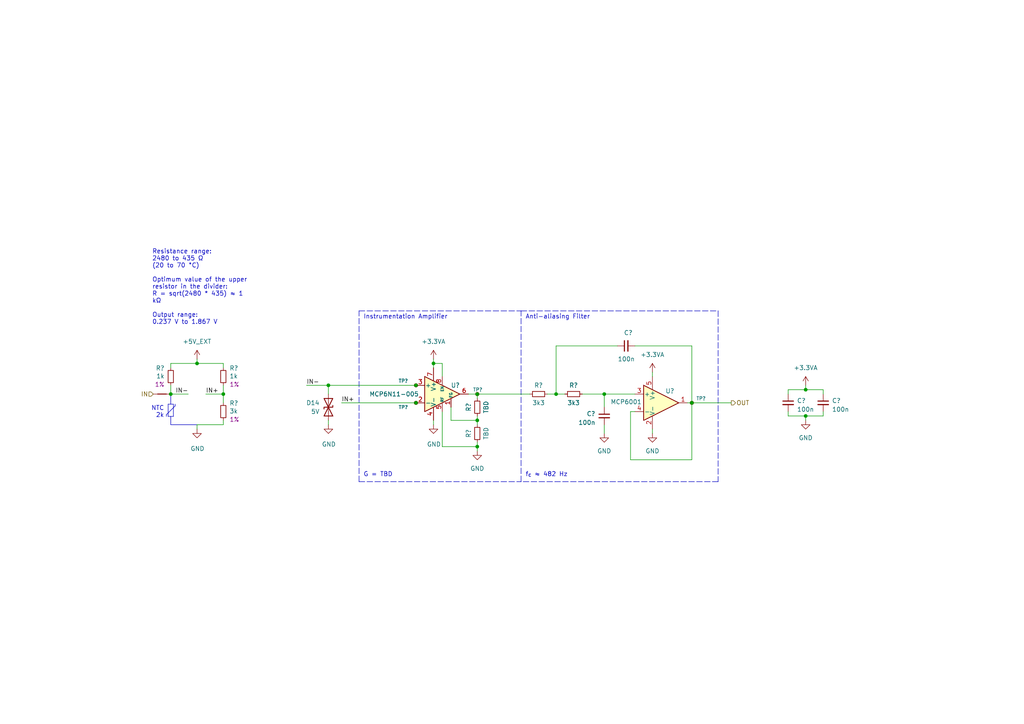
<source format=kicad_sch>
(kicad_sch (version 20230121) (generator eeschema)
  (paper "A4")
  (title_block (title "Temperature Sensor") (date "2023-10-01") (rev "${REVISION}") (company "Author: I. Kajdan") (comment 1 "Reviewer:"))
  (lib_symbols
    (symbol "Amplifier_Operational:MCP6001-OT" (pin_names (offset 0.127))
      (property "Reference" "U" (at -1.27 6.35 0))
      (property "Value" "MCP6001-OT" (at -1.27 3.81 0))
      (symbol "MCP6001-OT_0_1"
        (polyline (pts (xy -5.08 5.08) (xy 5.08 0) (xy -5.08 -5.08) (xy -5.08 5.08)) (stroke (width 0.254)) (fill (type background)))
        (pin power_in line (at -2.54 -7.62 90) (length 3.81) (name "V-") (number "2"))
        (pin power_in line (at -2.54 7.62 270) (length 3.81) (name "V+") (number "5"))
      )
      (symbol "MCP6001-OT_1_1"
        (pin output line (at 7.62 0 180) (length 2.54) (name "~") (number "1"))
        (pin input line (at -7.62 2.54 0) (length 2.54) (name "+") (number "3"))
        (pin input line (at -7.62 -2.54 0) (length 2.54) (name "-") (number "4"))
      )
    )
    (symbol "Connector:TestPoint_Small" (pin_numbers hide) (pin_names (offset 0.762) hide)
      (property "Reference" "TP" (at 0 3.81 0))
      (property "Value" "TestPoint_Small" (at 0 2.032 0))
      (symbol "TestPoint_Small_0_1"
        (circle (center 0 0) (radius 0.508))
      )
      (symbol "TestPoint_Small_1_1"
        (pin passive line (at 0 0 90) (length 0) (name "1") (number "1"))
      )
    )
    (symbol "Device:C_Small" (pin_numbers hide) (pin_names (offset 0.254) hide)
      (property "Reference" "C" (at 0.254 1.778 0))
      (property "Value" "C_Small" (at 0.254 -2.032 0))
      (symbol "C_Small_0_1"
        (polyline (pts (xy -1.524 -0.508) (xy 1.524 -0.508)) (stroke (width 0.3302)))
        (polyline (pts (xy -1.524 0.508) (xy 1.524 0.508)) (stroke (width 0.3048)))
      )
      (symbol "C_Small_1_1"
        (pin passive line (at 0 2.54 270) (length 2.032) (name "~") (number "1"))
        (pin passive line (at 0 -2.54 90) (length 2.032) (name "~") (number "2"))
      )
    )
    (symbol "Device:D_TVS" (pin_numbers hide) (pin_names (offset 1.016) hide)
      (property "Reference" "D" (at 0 2.54 0))
      (property "Value" "D_TVS" (at 0 -2.54 0))
      (symbol "D_TVS_0_1"
        (polyline (pts (xy 1.27 0) (xy -1.27 0)))
        (polyline (pts (xy 0.508 1.27) (xy 0 1.27) (xy 0 -1.27) (xy -0.508 -1.27)) (stroke (width 0.254)))
        (polyline (pts (xy -2.54 1.27) (xy -2.54 -1.27) (xy 2.54 1.27) (xy 2.54 -1.27) (xy -2.54 1.27)) (stroke (width 0.254)))
      )
      (symbol "D_TVS_1_1"
        (pin passive line (at -3.81 0 0) (length 2.54) (name "A1") (number "1"))
        (pin passive line (at 3.81 0 180) (length 2.54) (name "A2") (number "2"))
      )
    )
    (symbol "Device:NetTie_2" (pin_numbers hide) (pin_names (offset 0) hide) (in_bom no)
      (property "Reference" "NT" (at 0 1.27 0))
      (property "Value" "NetTie_2" (at 0 -1.27 0))
      (symbol "NetTie_2_0_1"
        (polyline (pts (xy -1.27 0) (xy 1.27 0)) (stroke (width 0.254)))
      )
      (symbol "NetTie_2_1_1"
        (pin passive line (at -2.54 0 0) (length 2.54) (name "1") (number "1"))
        (pin passive line (at 2.54 0 180) (length 2.54) (name "2") (number "2"))
      )
    )
    (symbol "Device:R_Small" (pin_numbers hide) (pin_names (offset 0.254) hide)
      (property "Reference" "R" (at 0.762 0.508 0))
      (property "Value" "R_Small" (at 0.762 -1.016 0))
      (symbol "R_Small_0_1"
        (rectangle (start -0.762 1.778) (end 0.762 -1.778) (stroke (width 0.2032)))
      )
      (symbol "R_Small_1_1"
        (pin passive line (at 0 2.54 270) (length 0.762) (name "~") (number "1"))
        (pin passive line (at 0 -2.54 90) (length 0.762) (name "~") (number "2"))
      )
    )
    (symbol "MCP6N11:MCP6N11" (pin_names (offset 0.127))
      (property "Reference" "U" (at 3.81 6.35 0))
      (property "Value" "MCP6N11-xE" (at 3.81 3.81 0))
      (symbol "MCP6N11_0_1"
        (polyline (pts (xy -5.08 5.08) (xy 5.08 0) (xy -5.08 -5.08) (xy -5.08 5.08)) (stroke (width 0.254)) (fill (type background)))
      )
      (symbol "MCP6N11_1_1"
        (pin passive line (at 2.54 -3.81 90) (length 2.54) (name "FG") (number "1"))
        (pin input line (at -7.62 -2.54 0) (length 2.54) (name "-") (number "2"))
        (pin input line (at -7.62 2.54 0) (length 2.54) (name "+") (number "3"))
        (pin power_in line (at -2.54 -7.62 90) (length 3.81) (name "V-") (number "4"))
        (pin passive line (at 0 -5.08 90) (length 2.54) (name "RF") (number "5"))
        (pin output line (at 7.62 0 180) (length 2.54) (name "~") (number "6"))
        (pin power_in line (at -2.54 7.62 270) (length 3.81) (name "V+") (number "7"))
        (pin input line (at 0 5.08 270) (length 2.54) (name "EN") (number "8"))
        (pin passive line (at -2.54 -7.62 90) (length 3.81) hide (name "EP") (number "9"))
      )
    )
    (symbol "Power_Ports:+5V_EXT" (power) (pin_names (offset 0))
      (property "Value" "+5V_EXT" (at 0 5.08 0))
      (symbol "+5V_EXT_0_1"
        (polyline (pts (xy -0.762 1.27) (xy 0 2.54)))
        (polyline (pts (xy 0 0) (xy 0 2.54)))
        (polyline (pts (xy 0 2.54) (xy 0.762 1.27)))
      )
      (symbol "+5V_EXT_1_1"
        (pin power_in line (at 0 0 90) (length 0) hide (name "+5V_EXT") (number "1"))
      )
    )
    (symbol "power:+3.3VA" (power) (pin_names (offset 0))
      (property "Value" "+3.3VA" (at 0 3.556 0))
      (symbol "+3.3VA_0_1"
        (polyline (pts (xy -0.762 1.27) (xy 0 2.54)))
        (polyline (pts (xy 0 0) (xy 0 2.54)))
        (polyline (pts (xy 0 2.54) (xy 0.762 1.27)))
      )
      (symbol "+3.3VA_1_1"
        (pin power_in line (at 0 0 90) (length 0) hide (name "+3.3VA") (number "1"))
      )
    )
    (symbol "power:GND" (power) (pin_names (offset 0))
      (property "Value" "GND" (at 0 -3.81 0))
      (symbol "GND_0_1"
        (polyline (pts (xy 0 0) (xy 0 -1.27) (xy 1.27 -1.27) (xy 0 -2.54) (xy -1.27 -1.27) (xy 0 -1.27)))
      )
      (symbol "GND_1_1"
        (pin power_in line (at 0 0 270) (length 0) hide (name "GND") (number "1"))
      )
    )
  )
  (junction (at 200.66 116.84))
  (junction (at 138.43 114.3))
  (junction (at 57.15 105.41))
  (junction (at 120.65 116.84))
  (junction (at 138.43 121.92))
  (junction (at 175.26 114.3))
  (junction (at 233.68 120.65))
  (junction (at 125.73 105.41))
  (junction (at 161.29 114.3))
  (junction (at 120.65 111.76))
  (junction (at 95.25 111.76))
  (junction (at 49.53 114.3))
  (junction (at 138.43 129.54))
  (junction (at 64.77 114.3))
  (junction (at 233.68 113.03))
  (wire (pts (xy 184.15 119.38) (xy 182.88 119.38)))
  (wire (pts (xy 158.75 114.3) (xy 161.29 114.3)))
  (wire (pts (xy 200.66 100.33) (xy 200.66 116.84)))
  (wire (pts (xy 138.43 129.54) (xy 138.43 130.81)))
  (polyline (pts (xy 48.768 117.221) (xy 48.768 120.777)))
  (wire (pts (xy 168.91 114.3) (xy 175.26 114.3)))
  (wire (pts (xy 189.23 107.95) (xy 189.23 109.22)))
  (polyline (pts (xy 48.26 120.269) (xy 48.26 120.777)))
  (wire (pts (xy 161.29 100.33) (xy 179.07 100.33)))
  (wire (pts (xy 161.29 114.3) (xy 163.83 114.3)))
  (wire (pts (xy 64.77 111.76) (xy 64.77 114.3)))
  (wire (pts (xy 64.77 121.92) (xy 64.77 123.19)))
  (wire (pts (xy 130.81 118.11) (xy 130.81 121.92)))
  (wire (pts (xy 138.43 128.27) (xy 138.43 129.54)))
  (wire (pts (xy 64.77 114.3) (xy 64.77 116.84)))
  (wire (pts (xy 228.6 119.38) (xy 228.6 120.65)))
  (wire (pts (xy 57.15 123.19) (xy 57.15 124.46)))
  (wire (pts (xy 228.6 113.03) (xy 233.68 113.03)))
  (polyline (pts (xy 48.768 117.221) (xy 50.292 117.221)))
  (wire (pts (xy 125.73 105.41) (xy 128.27 105.41)))
  (wire (pts (xy 182.88 119.38) (xy 182.88 133.35)))
  (wire (pts (xy 228.6 113.03) (xy 228.6 114.3)))
  (wire (pts (xy 161.29 100.33) (xy 161.29 114.3)))
  (wire (pts (xy 233.68 121.92) (xy 233.68 120.65)))
  (wire (pts (xy 228.6 120.65) (xy 233.68 120.65)))
  (polyline (pts (xy 50.8 117.729) (xy 48.26 120.269)))
  (wire (pts (xy 64.77 105.41) (xy 64.77 106.68)))
  (wire (pts (xy 135.89 114.3) (xy 138.43 114.3)))
  (wire (pts (xy 125.73 123.19) (xy 125.73 121.92)))
  (wire (pts (xy 57.15 123.19) (xy 64.77 123.19)))
  (wire (pts (xy 189.23 125.73) (xy 189.23 124.46)))
  (wire (pts (xy 130.81 121.92) (xy 138.43 121.92)))
  (wire (pts (xy 138.43 114.3) (xy 138.43 115.57)))
  (polyline (pts (xy 104.14 90.17) (xy 151.13 90.17)) (stroke (width 0) (type dash)))
  (wire (pts (xy 64.77 114.3) (xy 59.69 114.3)))
  (wire (pts (xy 95.25 111.76) (xy 120.65 111.76)))
  (polyline (pts (xy 49.53 114.3) (xy 49.53 117.221)))
  (wire (pts (xy 233.68 113.03) (xy 233.68 111.76)))
  (polyline (pts (xy 104.14 139.7) (xy 104.14 90.17)) (stroke (width 0) (type dash)))
  (polyline (pts (xy 57.15 123.19) (xy 49.53 123.19)))
  (wire (pts (xy 128.27 129.54) (xy 138.43 129.54)))
  (wire (pts (xy 95.25 123.19) (xy 95.25 121.92)))
  (wire (pts (xy 49.53 105.41) (xy 49.53 106.68)))
  (wire (pts (xy 182.88 133.35) (xy 200.66 133.35)))
  (wire (pts (xy 128.27 105.41) (xy 128.27 109.22)))
  (wire (pts (xy 238.76 120.65) (xy 233.68 120.65)))
  (wire (pts (xy 128.27 119.38) (xy 128.27 129.54)))
  (wire (pts (xy 88.9 111.76) (xy 95.25 111.76)))
  (polyline (pts (xy 208.28 139.7) (xy 151.13 139.7)) (stroke (width 0) (type dash)))
  (wire (pts (xy 125.73 104.14) (xy 125.73 105.41)))
  (wire (pts (xy 138.43 114.3) (xy 153.67 114.3)))
  (wire (pts (xy 125.73 105.41) (xy 125.73 106.68)))
  (wire (pts (xy 175.26 114.3) (xy 184.15 114.3)))
  (polyline (pts (xy 50.292 117.221) (xy 50.292 120.777)))
  (wire (pts (xy 200.66 116.84) (xy 212.09 116.84)))
  (wire (pts (xy 238.76 119.38) (xy 238.76 120.65)))
  (polyline (pts (xy 208.28 90.17) (xy 208.28 139.7)) (stroke (width 0) (type dash)))
  (polyline (pts (xy 151.13 90.17) (xy 208.28 90.17)) (stroke (width 0) (type dash)))
  (wire (pts (xy 200.66 116.84) (xy 199.39 116.84)))
  (wire (pts (xy 138.43 120.65) (xy 138.43 121.92)))
  (wire (pts (xy 238.76 113.03) (xy 233.68 113.03)))
  (wire (pts (xy 49.53 114.3) (xy 54.61 114.3)))
  (wire (pts (xy 138.43 121.92) (xy 138.43 123.19)))
  (wire (pts (xy 184.15 100.33) (xy 200.66 100.33)))
  (wire (pts (xy 95.25 114.3) (xy 95.25 111.76)))
  (polyline (pts (xy 104.14 139.7) (xy 151.13 139.7)) (stroke (width 0) (type dash)))
  (wire (pts (xy 49.53 111.76) (xy 49.53 114.3)))
  (polyline (pts (xy 50.8 117.221) (xy 50.8 117.729)))
  (wire (pts (xy 175.26 123.19) (xy 175.26 125.73)))
  (polyline (pts (xy 50.292 120.777) (xy 48.768 120.777)))
  (wire (pts (xy 200.66 133.35) (xy 200.66 116.84)))
  (wire (pts (xy 57.15 105.41) (xy 64.77 105.41)))
  (wire (pts (xy 238.76 114.3) (xy 238.76 113.03)))
  (polyline (pts (xy 151.13 139.7) (xy 151.13 90.17)) (stroke (width 0) (type dash)))
  (wire (pts (xy 175.26 114.3) (xy 175.26 118.11)))
  (wire (pts (xy 49.53 105.41) (xy 57.15 105.41)))
  (wire (pts (xy 57.15 104.14) (xy 57.15 105.41)))
  (wire (pts (xy 99.06 116.84) (xy 120.65 116.84)))
  (polyline (pts (xy 49.53 120.777) (xy 49.53 123.19)))
  (text_box "Resistance range:\n2480 to 435 Ω\n(20 to 70 °C)\n\nOptimum value of the upper resistor in the divider:\nR = sqrt(2480 * 435) ≈ 1 kΩ\n\nOutput range:\n0.237 V to 1.867 V" (at 43.18 71.12 0) (size 31.75 22.86) (stroke (width -0.0001)) (effects (font (size 1.27 1.27)) (justify left top)))
  (text "NTC\n2k" (at 47.625 121.285 0) (effects (font (size 1.27 1.27)) (justify right bottom)))
  (text "Anti-aliasing Filter" (at 152.4 92.71 0) (effects (font (size 1.27 1.27)) (justify left bottom)))
  (text "Instrumentation Amplifier" (at 105.41 92.71 0) (effects (font (size 1.27 1.27)) (justify left bottom)))
  (text "f_{c} ≈ 482 Hz" (at 152.4 138.43 0) (effects (font (size 1.27 1.27)) (justify left bottom)))
  (text "G = TBD" (at 105.41 138.43 0) (effects (font (size 1.27 1.27)) (justify left bottom)))
  (label "IN+" (at 59.69 114.3 0))
  (label "IN-" (at 54.61 114.3 180))
  (label "IN-" (at 88.9 111.76 0))
  (label "IN+" (at 99.06 116.84 0))
  (hierarchical_label "IN" (shape input) (at 44.45 114.3 180))
  (hierarchical_label "OUT" (shape output) (at 212.09 116.84 0))
  (symbol (lib_id "MCP6N11:MCP6N11") (at 128.27 114.3 0) (unit 1)
    (property "Reference" "U?" (at 132.08 111.76 0))
    (property "Value" "MCP6N11-005" (at 114.3 114.3 0))
    (property "Footprint" "Package_DFN_QFN:TDFN-8-1EP_3x2mm_P0.5mm_EP1.80x1.65mm" (effects hide))
    (property "Datasheet" "https://ww1.microchip.com/downloads/en/DeviceDoc/25073A.pdf" (effects hide))
    (instances (project "rearbox" (path "" (reference "U?") (unit 1)) (path "" (reference "U?") (unit 1)) (path "" (reference "U14") (unit 1)) (path "" (reference "U16") (unit 1)) (path "" (reference "U25") (unit 1)) (path "" (reference "U27") (unit 1)) (path "" (reference "U18") (unit 1)) (path "" (reference "U29") (unit 1)) (path "" (reference "U21") (unit 1)) (path "" (reference "U23") (unit 1)) (path "" (reference "U25") (unit 1))) (project "apps" (path "" (reference "U?") (unit 1))))
  )
  (symbol (lib_id "Device:R_Small") (at 64.77 119.38 0) (unit 1)
    (property "Reference" "R?" (at 66.548 116.9416 0) (effects (justify left)))
    (property "Value" "3k" (at 66.548 119.253 0) (effects (justify left)))
    (property "Footprint" "Resistor_SMD:R_0603_1608Metric" (effects hide))
    (property "Tolerance" "1%" (at 66.548 121.666 0) (effects (justify left)))
    (instances (project "Traction_Control_System" (path "" (reference "R?") (unit 1)) (path "" (reference "R?") (unit 1)) (path "" (reference "R?") (unit 1)) (path "" (reference "R?") (unit 1)) (path "" (reference "R?") (unit 1)) (path "" (reference "R?") (unit 1))) (project "rearbox" (path "" (reference "R?") (unit 1)) (path "" (reference "R111") (unit 1)) (path "" (reference "R118") (unit 1)) (path "" (reference "R133") (unit 1)) (path "" (reference "R119") (unit 1)) (path "" (reference "R126") (unit 1))))
  )
  (symbol (lib_id "Device:C_Small") (at 228.6 116.84 0) (unit 1)
    (property "Reference" "C?" (at 231.14 116.2113 0) (effects (justify left)))
    (property "Value" "100n" (at 231.14 118.7513 0) (effects (justify left)))
    (property "Footprint" "Capacitor_SMD:C_0603_1608Metric" (effects hide))
    (instances (project "rearbox" (path "" (reference "C?") (unit 1)) (path "" (reference "C?") (unit 1)) (path "" (reference "C37") (unit 1)) (path "" (reference "C41") (unit 1)) (path "" (reference "C68") (unit 1)) (path "" (reference "C72") (unit 1)) (path "" (reference "C48") (unit 1)) (path "" (reference "C76") (unit 1)) (path "" (reference "C57") (unit 1)) (path "" (reference "C61") (unit 1)) (path "" (reference "C65") (unit 1))) (project "apps" (path "" (reference "C?") (unit 1))))
  )
  (symbol (lib_id "Device:R_Small") (at 64.77 109.22 0) (unit 1)
    (property "Reference" "R?" (at 66.548 106.7816 0) (effects (justify left)))
    (property "Value" "1k" (at 66.548 109.093 0) (effects (justify left)))
    (property "Footprint" "Resistor_SMD:R_0603_1608Metric" (effects hide))
    (property "Tolerance" "1%" (at 66.548 111.506 0) (effects (justify left)))
    (instances (project "Traction_Control_System" (path "" (reference "R?") (unit 1)) (path "" (reference "R?") (unit 1)) (path "" (reference "R?") (unit 1)) (path "" (reference "R?") (unit 1)) (path "" (reference "R?") (unit 1)) (path "" (reference "R?") (unit 1))) (project "rearbox" (path "" (reference "R?") (unit 1)) (path "" (reference "R111") (unit 1)) (path "" (reference "R118") (unit 1)) (path "" (reference "R132") (unit 1)) (path "" (reference "R118") (unit 1)) (path "" (reference "R125") (unit 1))))
  )
  (symbol (lib_id "Connector:TestPoint_Small") (at 138.43 114.3 0) (unit 1)
    (property "Reference" "TP?" (at 137.16 113.03 0) (effects (font (size 1 1)) (justify left)))
    (property "Value" "TestPoint_Small" (effects hide))
    (property "Footprint" "TestPoint:TestPoint_Pad_D1.0mm" (effects hide))
    (instances (project "rearbox" (path "" (reference "TP?") (unit 1)) (path "" (reference "TP3") (unit 1)) (path "" (reference "TP1") (unit 1)) (path "" (reference "TP32") (unit 1)) (path "" (reference "TP36") (unit 1)) (path "" (reference "TP96") (unit 1)) (path "" (reference "TP100") (unit 1)) (path "" (reference "TP42") (unit 1)) (path "" (reference "TP48") (unit 1)) (path "" (reference "TP49") (unit 1)) (path "" (reference "TP53") (unit 1)) (path "" (reference "TP57") (unit 1))))
  )
  (symbol (lib_id "Device:R_Small") (at 166.37 114.3 90) (unit 1)
    (property "Reference" "R?" (at 166.37 111.76 90))
    (property "Value" "3k3" (at 166.37 116.84 90))
    (property "Footprint" "Resistor_SMD:R_0603_1608Metric" (effects hide))
    (instances (project "rearbox" (path "" (reference "R?") (unit 1)) (path "" (reference "R?") (unit 1)) (path "" (reference "R100") (unit 1)) (path "" (reference "R104") (unit 1)) (path "" (reference "R169") (unit 1)) (path "" (reference "R173") (unit 1)) (path "" (reference "R112") (unit 1)) (path "" (reference "R120") (unit 1)) (path "" (reference "R123") (unit 1)) (path "" (reference "R130") (unit 1)) (path "" (reference "R137") (unit 1))) (project "apps" (path "" (reference "R?") (unit 1))))
  )
  (symbol (lib_id "power:GND") (at 189.23 125.73 0) (unit 1)
    (property "Reference" "#PWR?" (effects hide))
    (property "Value" "GND" (at 189.23 130.81 0))
    (instances (project "rearbox" (path "" (reference "#PWR?") (unit 1)) (path "" (reference "#PWR?") (unit 1)) (path "" (reference "#PWR0149") (unit 1)) (path "" (reference "#PWR0158") (unit 1)) (path "" (reference "#PWR0218") (unit 1)) (path "" (reference "#PWR0227") (unit 1)) (path "" (reference "#PWR0176") (unit 1)) (path "" (reference "#PWR0241") (unit 1)) (path "" (reference "#PWR0198") (unit 1)) (path "" (reference "#PWR0209") (unit 1)) (path "" (reference "#PWR0220") (unit 1))) (project "apps" (path "" (reference "#PWR?") (unit 1))))
  )
  (symbol (lib_id "Device:C_Small") (at 238.76 116.84 0) (unit 1)
    (property "Reference" "C?" (at 241.3 116.2113 0) (effects (justify left)))
    (property "Value" "100n" (at 241.3 118.7513 0) (effects (justify left)))
    (property "Footprint" "Capacitor_SMD:C_0603_1608Metric" (effects hide))
    (instances (project "rearbox" (path "" (reference "C?") (unit 1)) (path "" (reference "C?") (unit 1)) (path "" (reference "C38") (unit 1)) (path "" (reference "C42") (unit 1)) (path "" (reference "C69") (unit 1)) (path "" (reference "C73") (unit 1)) (path "" (reference "C49") (unit 1)) (path "" (reference "C77") (unit 1)) (path "" (reference "C58") (unit 1)) (path "" (reference "C62") (unit 1)) (path "" (reference "C66") (unit 1))) (project "apps" (path "" (reference "C?") (unit 1))))
  )
  (symbol (lib_id "power:+3.3VA") (at 233.68 111.76 0) (unit 1)
    (property "Reference" "#PWR?" (effects hide))
    (property "Value" "+3.3VA" (at 233.68 106.68 0))
    (instances (project "rearbox" (path "" (reference "#PWR?") (unit 1)) (path "" (reference "#PWR?") (unit 1)) (path "" (reference "#PWR?") (unit 1)) (path "" (reference "#PWR0150") (unit 1)) (path "" (reference "#PWR0159") (unit 1)) (path "" (reference "#PWR0219") (unit 1)) (path "" (reference "#PWR0228") (unit 1)) (path "" (reference "#PWR0230") (unit 1)) (path "" (reference "#PWR0242") (unit 1)) (path "" (reference "#PWR0199") (unit 1)) (path "" (reference "#PWR0210") (unit 1)) (path "" (reference "#PWR0221") (unit 1))))
  )
  (symbol (lib_id "power:+3.3VA") (at 125.73 104.14 0) (unit 1)
    (property "Reference" "#PWR?" (effects hide))
    (property "Value" "+3.3VA" (at 125.73 99.06 0))
    (instances (project "rearbox" (path "" (reference "#PWR?") (unit 1)) (path "" (reference "#PWR?") (unit 1)) (path "" (reference "#PWR?") (unit 1)) (path "" (reference "#PWR0144") (unit 1)) (path "" (reference "#PWR0153") (unit 1)) (path "" (reference "#PWR0213") (unit 1)) (path "" (reference "#PWR0222") (unit 1)) (path "" (reference "#PWR0168") (unit 1)) (path "" (reference "#PWR0236") (unit 1)) (path "" (reference "#PWR0193") (unit 1)) (path "" (reference "#PWR0204") (unit 1)) (path "" (reference "#PWR0215") (unit 1))))
  )
  (symbol (lib_id "Connector:TestPoint_Small") (at 200.66 116.84 0) (unit 1)
    (property "Reference" "TP?" (at 201.93 115.57 0) (effects (font (size 1 1)) (justify left)))
    (property "Value" "TestPoint_Small" (effects hide))
    (property "Footprint" "TestPoint:TestPoint_Pad_D1.0mm" (effects hide))
    (instances (project "rearbox" (path "" (reference "TP?") (unit 1)) (path "" (reference "TP3") (unit 1)) (path "" (reference "TP1") (unit 1)) (path "" (reference "TP33") (unit 1)) (path "" (reference "TP37") (unit 1)) (path "" (reference "TP97") (unit 1)) (path "" (reference "TP101") (unit 1)) (path "" (reference "TP43") (unit 1)) (path "" (reference "TP49") (unit 1)) (path "" (reference "TP50") (unit 1)) (path "" (reference "TP54") (unit 1)) (path "" (reference "TP58") (unit 1))))
  )
  (symbol (lib_id "Device:R_Small") (at 156.21 114.3 90) (unit 1)
    (property "Reference" "R?" (at 156.21 111.76 90))
    (property "Value" "3k3" (at 156.21 116.84 90))
    (property "Footprint" "Resistor_SMD:R_0603_1608Metric" (effects hide))
    (instances (project "rearbox" (path "" (reference "R?") (unit 1)) (path "" (reference "R?") (unit 1)) (path "" (reference "R99") (unit 1)) (path "" (reference "R103") (unit 1)) (path "" (reference "R168") (unit 1)) (path "" (reference "R172") (unit 1)) (path "" (reference "R111") (unit 1)) (path "" (reference "R119") (unit 1)) (path "" (reference "R122") (unit 1)) (path "" (reference "R129") (unit 1)) (path "" (reference "R136") (unit 1))) (project "apps" (path "" (reference "R?") (unit 1))))
  )
  (symbol (lib_id "Device:D_TVS") (at 95.25 118.11 270) (mirror x) (unit 1)
    (property "Reference" "D14" (at 92.71 116.84 90) (effects (justify right)))
    (property "Value" "5V" (at 92.71 119.38 90) (effects (justify right)))
    (property "Footprint" "Diode_SMD:D_SOD-523" (effects hide))
    (property "Datasheet" "https://www.mouser.pl/datasheet/2/916/PESD5V0V1BB_Q-3081435.pdf" (effects hide))
    (property "Component" "PESD5V0V1BB-QX" (effects hide))
    (instances (project "rearbox" (path "" (reference "D14") (unit 1)) (path "" (reference "D15") (unit 1)) (path "" (reference "D23") (unit 1)) (path "" (reference "D24") (unit 1)) (path "" (reference "D16") (unit 1)) (path "" (reference "D17") (unit 1)) (path "" (reference "D19") (unit 1)) (path "" (reference "D20") (unit 1)) (path "" (reference "D21") (unit 1))))
  )
  (symbol (lib_id "Device:R_Small") (at 49.53 109.22 0) (mirror y) (unit 1)
    (property "Reference" "R?" (at 47.752 106.7816 0) (effects (justify left)))
    (property "Value" "1k" (at 47.752 109.093 0) (effects (justify left)))
    (property "Footprint" "Resistor_SMD:R_0603_1608Metric" (effects hide))
    (property "Tolerance" "1%" (at 47.752 111.506 0) (effects (justify left)))
    (instances (project "Traction_Control_System" (path "" (reference "R?") (unit 1)) (path "" (reference "R?") (unit 1)) (path "" (reference "R?") (unit 1)) (path "" (reference "R?") (unit 1)) (path "" (reference "R?") (unit 1)) (path "" (reference "R?") (unit 1))) (project "rearbox" (path "" (reference "R?") (unit 1)) (path "" (reference "R111") (unit 1)) (path "" (reference "R118") (unit 1)) (path "" (reference "R131") (unit 1)) (path "" (reference "R117") (unit 1)) (path "" (reference "R124") (unit 1))))
  )
  (symbol (lib_id "Device:R_Small") (at 138.43 118.11 180) (unit 1)
    (property "Reference" "R?" (at 135.89 118.11 90))
    (property "Value" "TBD" (at 140.97 118.11 90))
    (property "Footprint" "Resistor_SMD:R_0603_1608Metric" (effects hide))
    (instances (project "rearbox" (path "" (reference "R?") (unit 1)) (path "" (reference "R?") (unit 1)) (path "" (reference "R97") (unit 1)) (path "" (reference "R101") (unit 1)) (path "" (reference "R166") (unit 1)) (path "" (reference "R170") (unit 1)) (path "" (reference "R109") (unit 1)) (path "" (reference "R117") (unit 1)) (path "" (reference "R120") (unit 1)) (path "" (reference "R127") (unit 1)) (path "" (reference "R134") (unit 1))) (project "apps" (path "" (reference "R?") (unit 1))))
  )
  (symbol (lib_id "power:GND") (at 233.68 121.92 0) (unit 1)
    (property "Reference" "#PWR?" (effects hide))
    (property "Value" "GND" (at 233.68 127 0))
    (instances (project "rearbox" (path "" (reference "#PWR?") (unit 1)) (path "" (reference "#PWR?") (unit 1)) (path "" (reference "#PWR0151") (unit 1)) (path "" (reference "#PWR0160") (unit 1)) (path "" (reference "#PWR0220") (unit 1)) (path "" (reference "#PWR0229") (unit 1)) (path "" (reference "#PWR0231") (unit 1)) (path "" (reference "#PWR0243") (unit 1)) (path "" (reference "#PWR0200") (unit 1)) (path "" (reference "#PWR0211") (unit 1)) (path "" (reference "#PWR0222") (unit 1))) (project "apps" (path "" (reference "#PWR?") (unit 1))))
  )
  (symbol (lib_id "power:GND") (at 95.25 123.19 0) (unit 1)
    (property "Reference" "#PWR?" (effects hide))
    (property "Value" "GND" (at 95.377 128.8542 0))
    (instances (project "rearbox" (path "" (reference "#PWR?") (unit 1)) (path "" (reference "#PWR?") (unit 1)) (path "" (reference "#PWR0143") (unit 1)) (path "" (reference "#PWR0152") (unit 1)) (path "" (reference "#PWR0212") (unit 1)) (path "" (reference "#PWR0221") (unit 1)) (path "" (reference "#PWR0164") (unit 1)) (path "" (reference "#PWR0232") (unit 1)) (path "" (reference "#PWR0192") (unit 1)) (path "" (reference "#PWR0203") (unit 1)) (path "" (reference "#PWR0214") (unit 1))) (project "apps" (path "" (reference "#PWR?") (unit 1))))
  )
  (symbol (lib_id "power:GND") (at 57.15 124.46 0) (unit 1)
    (property "Reference" "#PWR?" (effects hide))
    (property "Value" "GND" (at 57.277 130.1242 0))
    (instances (project "Traction_Control_System" (path "" (reference "#PWR?") (unit 1)) (path "" (reference "#PWR?") (unit 1)) (path "" (reference "#PWR?") (unit 1)) (path "" (reference "#PWR?") (unit 1)) (path "" (reference "#PWR?") (unit 1)) (path "" (reference "#PWR?") (unit 1))) (project "rearbox" (path "" (reference "#PWR?") (unit 1)) (path "" (reference "#PWR0159") (unit 1)) (path "" (reference "#PWR0167") (unit 1)) (path "" (reference "#PWR0213") (unit 1)) (path "" (reference "#PWR0191") (unit 1)) (path "" (reference "#PWR0202") (unit 1))))
  )
  (symbol (lib_id "power:GND") (at 125.73 123.19 0) (unit 1)
    (property "Reference" "#PWR?" (effects hide))
    (property "Value" "GND" (at 125.857 128.8542 0))
    (instances (project "rearbox" (path "" (reference "#PWR?") (unit 1)) (path "" (reference "#PWR?") (unit 1)) (path "" (reference "#PWR0145") (unit 1)) (path "" (reference "#PWR0154") (unit 1)) (path "" (reference "#PWR0214") (unit 1)) (path "" (reference "#PWR0223") (unit 1)) (path "" (reference "#PWR0172") (unit 1)) (path "" (reference "#PWR0237") (unit 1)) (path "" (reference "#PWR0194") (unit 1)) (path "" (reference "#PWR0205") (unit 1)) (path "" (reference "#PWR0216") (unit 1))) (project "apps" (path "" (reference "#PWR?") (unit 1))))
  )
  (symbol (lib_id "power:GND") (at 138.43 130.81 0) (unit 1)
    (property "Reference" "#PWR?" (effects hide))
    (property "Value" "GND" (at 138.43 135.89 0))
    (instances (project "rearbox" (path "" (reference "#PWR?") (unit 1)) (path "" (reference "#PWR?") (unit 1)) (path "" (reference "#PWR0146") (unit 1)) (path "" (reference "#PWR0155") (unit 1)) (path "" (reference "#PWR0215") (unit 1)) (path "" (reference "#PWR0224") (unit 1)) (path "" (reference "#PWR0173") (unit 1)) (path "" (reference "#PWR0238") (unit 1)) (path "" (reference "#PWR0195") (unit 1)) (path "" (reference "#PWR0206") (unit 1)) (path "" (reference "#PWR0217") (unit 1))) (project "apps" (path "" (reference "#PWR?") (unit 1))))
  )
  (symbol (lib_id "Device:C_Small") (at 181.61 100.33 90) (unit 1)
    (property "Reference" "C?" (at 183.5213 96.52 90) (effects (justify left)))
    (property "Value" "100n" (at 184.15 104.14 90) (effects (justify left)))
    (property "Footprint" "Capacitor_SMD:C_0603_1608Metric" (effects hide))
    (instances (project "rearbox" (path "" (reference "C?") (unit 1)) (path "" (reference "C?") (unit 1)) (path "" (reference "C36") (unit 1)) (path "" (reference "C40") (unit 1)) (path "" (reference "C67") (unit 1)) (path "" (reference "C71") (unit 1)) (path "" (reference "C46") (unit 1)) (path "" (reference "C75") (unit 1)) (path "" (reference "C56") (unit 1)) (path "" (reference "C60") (unit 1)) (path "" (reference "C64") (unit 1))) (project "apps" (path "" (reference "C?") (unit 1))))
  )
  (symbol (lib_id "Power_Ports:+5V_EXT") (at 57.15 104.14 0) (unit 1)
    (property "Reference" "#PWR051" (effects hide))
    (property "Value" "+5V_EXT" (at 57.15 99.06 0))
    (instances (project "rearbox" (path "" (reference "#PWR051") (unit 1)) (path "" (reference "#PWR0221") (unit 1)) (path "" (reference "#PWR0232") (unit 1)) (path "" (reference "#PWR0190") (unit 1)) (path "" (reference "#PWR0201") (unit 1)) (path "" (reference "#PWR0212") (unit 1))))
  )
  (symbol (lib_id "Device:R_Small") (at 138.43 125.73 180) (unit 1)
    (property "Reference" "R?" (at 135.89 125.73 90))
    (property "Value" "TBD" (at 140.97 125.73 90))
    (property "Footprint" "Resistor_SMD:R_0603_1608Metric" (effects hide))
    (instances (project "rearbox" (path "" (reference "R?") (unit 1)) (path "" (reference "R?") (unit 1)) (path "" (reference "R98") (unit 1)) (path "" (reference "R102") (unit 1)) (path "" (reference "R167") (unit 1)) (path "" (reference "R171") (unit 1)) (path "" (reference "R110") (unit 1)) (path "" (reference "R118") (unit 1)) (path "" (reference "R121") (unit 1)) (path "" (reference "R128") (unit 1)) (path "" (reference "R135") (unit 1))) (project "apps" (path "" (reference "R?") (unit 1))))
  )
  (symbol (lib_id "Amplifier_Operational:MCP6001-OT") (at 191.77 116.84 0) (unit 1)
    (property "Reference" "U?" (at 194.31 113.4111 0))
    (property "Value" "MCP6001" (at 181.61 116.57 0))
    (property "Footprint" "Package_TO_SOT_SMD:SOT-23-5" (effects hide))
    (property "Datasheet" "https://ww1.microchip.com/downloads/en/DeviceDoc/MCP6001-1R-1U-2-4-1-MHz-Low-Power-Op-Amp-DS20001733L.pdf" (effects hide))
    (instances (project "rearbox" (path "" (reference "U?") (unit 1)) (path "" (reference "U?") (unit 1)) (path "" (reference "U15") (unit 1)) (path "" (reference "U17") (unit 1)) (path "" (reference "U26") (unit 1)) (path "" (reference "U28") (unit 1)) (path "" (reference "U19") (unit 1)) (path "" (reference "U30") (unit 1)) (path "" (reference "U22") (unit 1)) (path "" (reference "U24") (unit 1)) (path "" (reference "U26") (unit 1))) (project "apps" (path "" (reference "U?") (unit 1))))
  )
  (symbol (lib_id "power:GND") (at 175.26 125.73 0) (unit 1)
    (property "Reference" "#PWR?" (effects hide))
    (property "Value" "GND" (at 175.26 130.81 0))
    (instances (project "rearbox" (path "" (reference "#PWR?") (unit 1)) (path "" (reference "#PWR?") (unit 1)) (path "" (reference "#PWR0147") (unit 1)) (path "" (reference "#PWR0156") (unit 1)) (path "" (reference "#PWR0216") (unit 1)) (path "" (reference "#PWR0225") (unit 1)) (path "" (reference "#PWR0174") (unit 1)) (path "" (reference "#PWR0239") (unit 1)) (path "" (reference "#PWR0196") (unit 1)) (path "" (reference "#PWR0207") (unit 1)) (path "" (reference "#PWR0218") (unit 1))) (project "apps" (path "" (reference "#PWR?") (unit 1))))
  )
  (symbol (lib_id "Device:C_Small") (at 175.26 120.65 0) (mirror y) (unit 1)
    (property "Reference" "C?" (at 172.72 120.0213 0) (effects (justify left)))
    (property "Value" "100n" (at 172.72 122.5613 0) (effects (justify left)))
    (property "Footprint" "Capacitor_SMD:C_0603_1608Metric" (effects hide))
    (instances (project "rearbox" (path "" (reference "C?") (unit 1)) (path "" (reference "C?") (unit 1)) (path "" (reference "C35") (unit 1)) (path "" (reference "C39") (unit 1)) (path "" (reference "C66") (unit 1)) (path "" (reference "C70") (unit 1)) (path "" (reference "C45") (unit 1)) (path "" (reference "C74") (unit 1)) (path "" (reference "C55") (unit 1)) (path "" (reference "C59") (unit 1)) (path "" (reference "C63") (unit 1))) (project "apps" (path "" (reference "C?") (unit 1))))
  )
  (symbol (lib_id "Connector:TestPoint_Small") (at 120.65 111.76 0) (unit 1)
    (property "Reference" "TP?" (at 115.57 110.49 0) (effects (font (size 1 1)) (justify left)))
    (property "Value" "TestPoint_Small" (effects hide))
    (property "Footprint" "TestPoint:TestPoint_Pad_D1.0mm" (effects hide))
    (instances (project "rearbox" (path "" (reference "TP?") (unit 1)) (path "" (reference "TP3") (unit 1)) (path "" (reference "TP1") (unit 1)) (path "" (reference "TP30") (unit 1)) (path "" (reference "TP34") (unit 1)) (path "" (reference "TP94") (unit 1)) (path "" (reference "TP98") (unit 1)) (path "" (reference "TP40") (unit 1)) (path "" (reference "TP45") (unit 1)) (path "" (reference "TP47") (unit 1)) (path "" (reference "TP51") (unit 1)) (path "" (reference "TP55") (unit 1))))
  )
  (symbol (lib_id "Connector:TestPoint_Small") (at 120.65 116.84 0) (mirror x) (unit 1)
    (property "Reference" "TP?" (at 115.57 118.11 0) (effects (font (size 1 1)) (justify left)))
    (property "Value" "TestPoint_Small" (effects hide))
    (property "Footprint" "TestPoint:TestPoint_Pad_D1.0mm" (effects hide))
    (instances (project "rearbox" (path "" (reference "TP?") (unit 1)) (path "" (reference "TP3") (unit 1)) (path "" (reference "TP1") (unit 1)) (path "" (reference "TP31") (unit 1)) (path "" (reference "TP35") (unit 1)) (path "" (reference "TP95") (unit 1)) (path "" (reference "TP99") (unit 1)) (path "" (reference "TP41") (unit 1)) (path "" (reference "TP47") (unit 1)) (path "" (reference "TP48") (unit 1)) (path "" (reference "TP52") (unit 1)) (path "" (reference "TP56") (unit 1))))
  )
  (symbol (lib_id "power:+3.3VA") (at 189.23 107.95 0) (unit 1)
    (property "Reference" "#PWR?" (effects hide))
    (property "Value" "+3.3VA" (at 189.23 102.87 0))
    (instances (project "rearbox" (path "" (reference "#PWR?") (unit 1)) (path "" (reference "#PWR?") (unit 1)) (path "" (reference "#PWR?") (unit 1)) (path "" (reference "#PWR0148") (unit 1)) (path "" (reference "#PWR0157") (unit 1)) (path "" (reference "#PWR0217") (unit 1)) (path "" (reference "#PWR0226") (unit 1)) (path "" (reference "#PWR0175") (unit 1)) (path "" (reference "#PWR0240") (unit 1)) (path "" (reference "#PWR0197") (unit 1)) (path "" (reference "#PWR0208") (unit 1)) (path "" (reference "#PWR0219") (unit 1))))
  )
  (symbol (lib_id "Device:NetTie_2") (at 46.99 114.3 0) (unit 1) (in_bom no)
    (property "Reference" "NT1" (effects hide))
    (property "Value" "NetTie_2" (effects hide))
    (property "Footprint" "NetTie:NetTie-2_SMD_Pad0.5mm" (effects hide))
    (instances (project "rearbox" (path "" (reference "NT1") (unit 1)) (path "" (reference "NT2") (unit 1)) (path "" (reference "NT3") (unit 1))))
  )
)
</source>
